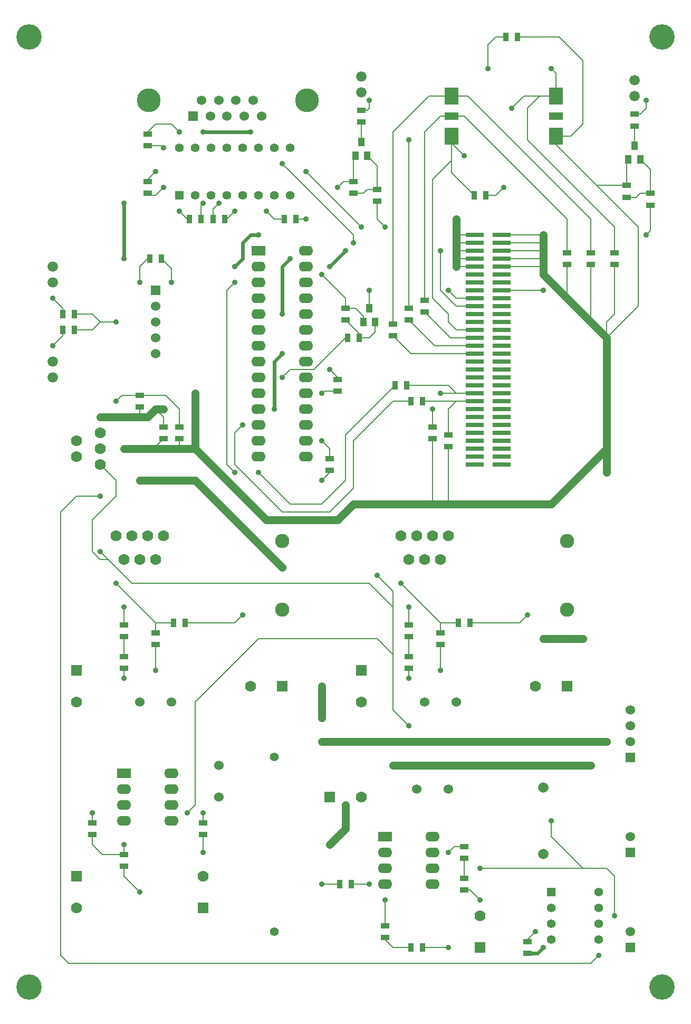
<source format=gtl>
G04 (created by PCBNEW-RS274X (2011-05-25)-stable) date Sun 19 Apr 2015 11:47:36 PM CDT*
G01*
G70*
G90*
%MOIN*%
G04 Gerber Fmt 3.4, Leading zero omitted, Abs format*
%FSLAX34Y34*%
G04 APERTURE LIST*
%ADD10C,0.006000*%
%ADD11R,0.055000X0.035000*%
%ADD12R,0.035000X0.055000*%
%ADD13R,0.086600X0.047200*%
%ADD14R,0.086600X0.110200*%
%ADD15R,0.060000X0.060000*%
%ADD16C,0.060000*%
%ADD17C,0.066000*%
%ADD18C,0.055000*%
%ADD19R,0.090000X0.062000*%
%ADD20O,0.090000X0.062000*%
%ADD21C,0.150000*%
%ADD22C,0.089800*%
%ADD23C,0.065400*%
%ADD24R,0.070000X0.070000*%
%ADD25C,0.070000*%
%ADD26R,0.039400X0.055100*%
%ADD27R,0.112200X0.029500*%
%ADD28R,0.055000X0.055000*%
%ADD29C,0.160000*%
%ADD30C,0.035000*%
%ADD31C,0.008000*%
%ADD32C,0.051200*%
%ADD33C,0.023600*%
G04 APERTURE END LIST*
G54D10*
G54D11*
X30000Y-20375D03*
X30000Y-19625D03*
X32000Y-33875D03*
X32000Y-33125D03*
X29500Y-24125D03*
X29500Y-24875D03*
X34000Y-32375D03*
X34000Y-31625D03*
X31000Y-24625D03*
X31000Y-25375D03*
X29000Y-32125D03*
X29000Y-32875D03*
X34500Y-40375D03*
X34500Y-39625D03*
X35500Y-40875D03*
X35500Y-40125D03*
X33000Y-32875D03*
X33000Y-32125D03*
G54D12*
X29875Y-34000D03*
X29125Y-34000D03*
X32875Y-37000D03*
X32125Y-37000D03*
X11125Y-33500D03*
X11875Y-33500D03*
X33875Y-38000D03*
X33125Y-38000D03*
G54D11*
X15000Y-52125D03*
X15000Y-52875D03*
X18500Y-39625D03*
X18500Y-40375D03*
X16000Y-38375D03*
X16000Y-37625D03*
X13000Y-65375D03*
X13000Y-64625D03*
X15000Y-67375D03*
X15000Y-66625D03*
X35000Y-52625D03*
X35000Y-53375D03*
G54D12*
X36875Y-52000D03*
X36125Y-52000D03*
G54D11*
X17000Y-52625D03*
X17000Y-53375D03*
G54D12*
X18875Y-52000D03*
X18125Y-52000D03*
G54D11*
X33000Y-52125D03*
X33000Y-52875D03*
X48250Y-24875D03*
X48250Y-25625D03*
G54D12*
X33875Y-72500D03*
X33125Y-72500D03*
X29375Y-68500D03*
X28625Y-68500D03*
G54D11*
X31500Y-71875D03*
X31500Y-71125D03*
X36500Y-66125D03*
X36500Y-66875D03*
X47250Y-20625D03*
X47250Y-19875D03*
X46750Y-24375D03*
X46750Y-25125D03*
G54D12*
X37125Y-25000D03*
X37875Y-25000D03*
G54D11*
X28000Y-41625D03*
X28000Y-42375D03*
G54D12*
X11125Y-32500D03*
X11875Y-32500D03*
G54D11*
X28500Y-37375D03*
X28500Y-36625D03*
G54D12*
X19125Y-26500D03*
X19875Y-26500D03*
G54D11*
X46000Y-28625D03*
X46000Y-29375D03*
X44500Y-28625D03*
X44500Y-29375D03*
X43000Y-28625D03*
X43000Y-29375D03*
G54D12*
X39875Y-15000D03*
X39125Y-15000D03*
G54D11*
X36500Y-68125D03*
X36500Y-68875D03*
X40500Y-72875D03*
X40500Y-72125D03*
X15000Y-54125D03*
X15000Y-54875D03*
X33000Y-54125D03*
X33000Y-54875D03*
X20000Y-64625D03*
X20000Y-65375D03*
X17500Y-39625D03*
X17500Y-40375D03*
G54D12*
X16625Y-29000D03*
X17375Y-29000D03*
G54D13*
X35693Y-20000D03*
X42307Y-20000D03*
G54D14*
X42307Y-21276D03*
X42307Y-18724D03*
X35693Y-18724D03*
X35693Y-21276D03*
G54D15*
X17000Y-31000D03*
G54D16*
X17000Y-32000D03*
X17000Y-33000D03*
X17000Y-34000D03*
X17000Y-35000D03*
G54D15*
X47000Y-66500D03*
G54D16*
X47000Y-65500D03*
G54D15*
X47000Y-72500D03*
G54D16*
X47000Y-71500D03*
X35500Y-62500D03*
X33500Y-62500D03*
X18000Y-57000D03*
X16000Y-57000D03*
X36000Y-57000D03*
X34000Y-57000D03*
X21000Y-61000D03*
X21000Y-63000D03*
G54D17*
X30000Y-17500D03*
X30000Y-18500D03*
X10500Y-36500D03*
X10500Y-35500D03*
X10500Y-29500D03*
X10500Y-30500D03*
X47250Y-17750D03*
X47250Y-18750D03*
G54D18*
X24500Y-71512D03*
X24500Y-60488D03*
G54D19*
X15000Y-61500D03*
G54D20*
X15000Y-62500D03*
X15000Y-63500D03*
X15000Y-64500D03*
X18000Y-64500D03*
X18000Y-63500D03*
X18000Y-62500D03*
X18000Y-61500D03*
G54D19*
X31500Y-65500D03*
G54D20*
X31500Y-66500D03*
X31500Y-67500D03*
X31500Y-68500D03*
X34500Y-68500D03*
X34500Y-67500D03*
X34500Y-66500D03*
X34500Y-65500D03*
X23500Y-29500D03*
X23500Y-30500D03*
X23500Y-31500D03*
X23500Y-32500D03*
X23500Y-33500D03*
X23500Y-34500D03*
X23500Y-35500D03*
X23500Y-36500D03*
X23500Y-37500D03*
X23500Y-38500D03*
X23500Y-39500D03*
X23500Y-40500D03*
X23500Y-41500D03*
G54D19*
X23500Y-28500D03*
G54D20*
X26500Y-41500D03*
X26500Y-40500D03*
X26500Y-39500D03*
X26500Y-38500D03*
X26500Y-37500D03*
X26500Y-36500D03*
X26500Y-35500D03*
X26500Y-34500D03*
X26500Y-33500D03*
X26500Y-32500D03*
X26500Y-31500D03*
X26500Y-30500D03*
X26500Y-29500D03*
X26500Y-28500D03*
G54D21*
X26550Y-19000D03*
X16550Y-19000D03*
G54D15*
X19350Y-20000D03*
G54D16*
X20450Y-20000D03*
X21500Y-20000D03*
X22600Y-20000D03*
X23700Y-20000D03*
X19900Y-19000D03*
X21000Y-19000D03*
X22050Y-19000D03*
X23150Y-19000D03*
G54D22*
X43000Y-51165D03*
X43000Y-46835D03*
X25000Y-51165D03*
X25000Y-46835D03*
G54D23*
X41500Y-66606D03*
X41500Y-62394D03*
G54D24*
X12000Y-55000D03*
G54D25*
X12000Y-57000D03*
G54D24*
X30000Y-55000D03*
G54D25*
X30000Y-57000D03*
G54D24*
X25000Y-56000D03*
G54D25*
X23000Y-56000D03*
G54D24*
X37500Y-72500D03*
G54D25*
X37500Y-70500D03*
G54D24*
X43000Y-56000D03*
G54D25*
X41000Y-56000D03*
G54D24*
X12000Y-68000D03*
G54D25*
X12000Y-70000D03*
G54D24*
X20000Y-70000D03*
G54D25*
X20000Y-68000D03*
G54D24*
X28000Y-63000D03*
G54D25*
X30000Y-63000D03*
G54D15*
X47000Y-60500D03*
G54D16*
X47000Y-59500D03*
X47000Y-58500D03*
X47000Y-57500D03*
G54D26*
X30126Y-33000D03*
X30874Y-33000D03*
X30500Y-32134D03*
X29626Y-22500D03*
X30374Y-22500D03*
X30000Y-21634D03*
X46876Y-22750D03*
X47624Y-22750D03*
X47250Y-21884D03*
G54D25*
X35500Y-46500D03*
X34500Y-46500D03*
X33500Y-46500D03*
X32500Y-46500D03*
X35000Y-48000D03*
X34000Y-48000D03*
X33000Y-48000D03*
X17500Y-46500D03*
X16500Y-46500D03*
X15500Y-46500D03*
X14500Y-46500D03*
X17000Y-48000D03*
X16000Y-48000D03*
X15000Y-48000D03*
G54D27*
X37144Y-27500D03*
X37144Y-28000D03*
X37144Y-28500D03*
X37144Y-29000D03*
X37144Y-29500D03*
X37144Y-30000D03*
X37144Y-30500D03*
X37144Y-31000D03*
X37144Y-31500D03*
X37144Y-32000D03*
X37144Y-32500D03*
X37144Y-33000D03*
X37144Y-33500D03*
X37144Y-34000D03*
X37144Y-34500D03*
X37144Y-35000D03*
X37144Y-35500D03*
X37144Y-36000D03*
X37144Y-36500D03*
X37144Y-37000D03*
X37144Y-37500D03*
X37144Y-38000D03*
X37144Y-38500D03*
X37144Y-39000D03*
X37144Y-39500D03*
X37144Y-40500D03*
X37144Y-40000D03*
X37144Y-41000D03*
X37144Y-41500D03*
X37144Y-42000D03*
X38856Y-42000D03*
X38856Y-41500D03*
X38856Y-41000D03*
X38856Y-40000D03*
X38856Y-40500D03*
X38856Y-39500D03*
X38856Y-39000D03*
X38856Y-38500D03*
X38856Y-38000D03*
X38856Y-37500D03*
X38856Y-37000D03*
X38856Y-36500D03*
X38856Y-36000D03*
X38856Y-35500D03*
X38856Y-35000D03*
X38856Y-34500D03*
X38856Y-34000D03*
X38856Y-33500D03*
X38856Y-33000D03*
X38856Y-32500D03*
X38856Y-32000D03*
X38856Y-31500D03*
X38856Y-31000D03*
X38856Y-30500D03*
X38856Y-30000D03*
X38856Y-29500D03*
X38856Y-29000D03*
X38856Y-28500D03*
X38856Y-28000D03*
X38856Y-27500D03*
G54D12*
X20625Y-26500D03*
X21375Y-26500D03*
G54D11*
X16500Y-21875D03*
X16500Y-21125D03*
G54D12*
X25875Y-26500D03*
X25125Y-26500D03*
G54D11*
X16500Y-24875D03*
X16500Y-24125D03*
G54D28*
X18500Y-25000D03*
G54D18*
X19500Y-25000D03*
X20500Y-25000D03*
X21500Y-25000D03*
X22500Y-25000D03*
X23500Y-25000D03*
X24500Y-25000D03*
X25500Y-25000D03*
X25500Y-22000D03*
X24500Y-22000D03*
X23500Y-22000D03*
X22500Y-22000D03*
X21500Y-22000D03*
X20500Y-22000D03*
X19500Y-22000D03*
X18500Y-22000D03*
G54D28*
X42000Y-69000D03*
G54D18*
X42000Y-70000D03*
X42000Y-71000D03*
X42000Y-72000D03*
X45000Y-72000D03*
X45000Y-71000D03*
X45000Y-70000D03*
X45000Y-69000D03*
G54D25*
X12000Y-41500D03*
X12000Y-40500D03*
X13500Y-42000D03*
X13500Y-41000D03*
X13500Y-40000D03*
G54D29*
X09000Y-15000D03*
X09000Y-75000D03*
X49000Y-75000D03*
X49000Y-15000D03*
G54D30*
X17500Y-38500D03*
X13500Y-39000D03*
X15000Y-29000D03*
X15000Y-25500D03*
X17500Y-22000D03*
X23500Y-27500D03*
X22000Y-29500D03*
X27500Y-43000D03*
X16000Y-30500D03*
X25000Y-35000D03*
X24500Y-38500D03*
X25500Y-29000D03*
X25000Y-32500D03*
X25000Y-48500D03*
X16000Y-43000D03*
X36000Y-26500D03*
X22500Y-51500D03*
X40500Y-51500D03*
X35500Y-72500D03*
X20000Y-66500D03*
X27500Y-59500D03*
X45500Y-59500D03*
X13000Y-64000D03*
X45000Y-73000D03*
X13500Y-44000D03*
X26500Y-26500D03*
X28500Y-24500D03*
X15000Y-41000D03*
X17000Y-23500D03*
X18500Y-21000D03*
X23000Y-21000D03*
X20000Y-21000D03*
X28000Y-29500D03*
X29000Y-28500D03*
X41500Y-72500D03*
X19500Y-37500D03*
X27500Y-68500D03*
X44000Y-53000D03*
X41500Y-53000D03*
X28000Y-66000D03*
X29000Y-63500D03*
X33000Y-55500D03*
X27500Y-30000D03*
X27500Y-37500D03*
X45500Y-42500D03*
X14500Y-33000D03*
X15000Y-55500D03*
X35000Y-55000D03*
X17000Y-55000D03*
X37500Y-69500D03*
X16000Y-69000D03*
X30500Y-19000D03*
X35000Y-28500D03*
X31500Y-27000D03*
X10500Y-31500D03*
X10500Y-34500D03*
X48000Y-19000D03*
X38000Y-17000D03*
X36500Y-22500D03*
X29500Y-28000D03*
X25000Y-23000D03*
X24000Y-26000D03*
X20000Y-25500D03*
X18500Y-26000D03*
X22000Y-26000D03*
X21000Y-25500D03*
X27500Y-40500D03*
X25000Y-36500D03*
X22500Y-39500D03*
X23500Y-42500D03*
X22000Y-42500D03*
X22000Y-30500D03*
X34500Y-38500D03*
X35000Y-37500D03*
X28000Y-36000D03*
X35500Y-31000D03*
X30500Y-31000D03*
X30000Y-27000D03*
X26500Y-23500D03*
X48000Y-27500D03*
X41500Y-31000D03*
X18000Y-30500D03*
X17500Y-24500D03*
X39500Y-19500D03*
X39000Y-24500D03*
X42000Y-17000D03*
X33000Y-21500D03*
X14500Y-38000D03*
X32000Y-61000D03*
X44500Y-61000D03*
X27500Y-58000D03*
X27500Y-56000D03*
X15000Y-51000D03*
X14500Y-49500D03*
X33000Y-51000D03*
X35500Y-66500D03*
X15000Y-66000D03*
X41000Y-71500D03*
X20000Y-64000D03*
X30500Y-68500D03*
X31500Y-69500D03*
X46000Y-70500D03*
X42000Y-64500D03*
X33000Y-58500D03*
X37500Y-67500D03*
X19000Y-64000D03*
X13500Y-47500D03*
X31000Y-49000D03*
X32500Y-49500D03*
G54D31*
X17500Y-39625D02*
X17500Y-39000D01*
X17500Y-39000D02*
X17000Y-38500D01*
X16000Y-38375D02*
X16000Y-39000D01*
G54D32*
X17500Y-38500D02*
X17000Y-38500D01*
X16500Y-39000D02*
X16000Y-39000D01*
X17000Y-38500D02*
X16500Y-39000D01*
X16000Y-39000D02*
X13500Y-39000D01*
G54D33*
X15000Y-29000D02*
X15000Y-25500D01*
G54D31*
X17500Y-22000D02*
X17375Y-21875D01*
X17375Y-21875D02*
X16500Y-21875D01*
G54D33*
X23000Y-27500D02*
X23500Y-27500D01*
X22500Y-28000D02*
X23000Y-27500D01*
X22500Y-29000D02*
X22500Y-28000D01*
X22000Y-29500D02*
X22500Y-29000D01*
G54D31*
X28000Y-42375D02*
X28000Y-42500D01*
X28000Y-42500D02*
X27500Y-43000D01*
X16000Y-29500D02*
X16500Y-29000D01*
X16000Y-30500D02*
X16000Y-29500D01*
X16500Y-29000D02*
X16625Y-29000D01*
G54D33*
X25000Y-35000D02*
X24500Y-35500D01*
X24500Y-35500D02*
X24500Y-38500D01*
X25500Y-29000D02*
X25000Y-29500D01*
X25000Y-29500D02*
X25000Y-32500D01*
G54D32*
X25000Y-48500D02*
X19500Y-43000D01*
X19500Y-43000D02*
X16000Y-43000D01*
G54D31*
X37144Y-29500D02*
X36000Y-29500D01*
G54D32*
X36000Y-29500D02*
X36000Y-29000D01*
G54D31*
X37144Y-29000D02*
X36000Y-29000D01*
X37144Y-28500D02*
X36000Y-28500D01*
X37144Y-28000D02*
X36000Y-28000D01*
X37144Y-27500D02*
X36000Y-27500D01*
G54D32*
X36000Y-29000D02*
X36000Y-28500D01*
X36000Y-28500D02*
X36000Y-28000D01*
X36000Y-28000D02*
X36000Y-27500D01*
X36000Y-26500D02*
X36000Y-27500D01*
G54D31*
X22000Y-52000D02*
X22500Y-51500D01*
X18875Y-52000D02*
X22000Y-52000D01*
X36875Y-52000D02*
X40000Y-52000D01*
X40000Y-52000D02*
X40500Y-51500D01*
X33875Y-72500D02*
X35500Y-72500D01*
X20000Y-65375D02*
X20000Y-66500D01*
G54D32*
X27500Y-59500D02*
X45500Y-59500D01*
G54D31*
X13000Y-64000D02*
X13000Y-64625D01*
X44500Y-73500D02*
X45000Y-73000D01*
X12000Y-44000D02*
X13500Y-44000D01*
X11000Y-45000D02*
X12000Y-44000D01*
X11000Y-73000D02*
X11000Y-45000D01*
X11500Y-73500D02*
X11000Y-73000D01*
X44500Y-73500D02*
X11500Y-73500D01*
X25875Y-26500D02*
X26500Y-26500D01*
X29500Y-24125D02*
X28875Y-24125D01*
X28875Y-24125D02*
X28500Y-24500D01*
X16500Y-24125D02*
X16500Y-24000D01*
X16500Y-24000D02*
X17000Y-23500D01*
X16500Y-21125D02*
X16500Y-21000D01*
X18000Y-20500D02*
X18500Y-21000D01*
X17000Y-20500D02*
X18000Y-20500D01*
X16500Y-21000D02*
X17000Y-20500D01*
G54D33*
X20000Y-21000D02*
X23000Y-21000D01*
X29000Y-28500D02*
X28000Y-29500D01*
X40500Y-72875D02*
X41125Y-72875D01*
X41125Y-72875D02*
X41500Y-72500D01*
G54D31*
X45500Y-34000D02*
X45500Y-33000D01*
X46000Y-32500D02*
X45500Y-33000D01*
X46000Y-32500D02*
X46000Y-29375D01*
X44500Y-33000D02*
X44500Y-30000D01*
X44500Y-30000D02*
X44500Y-29375D01*
X43000Y-31500D02*
X43000Y-30000D01*
X43000Y-30000D02*
X43000Y-29375D01*
X47500Y-32000D02*
X45500Y-34000D01*
X38856Y-29500D02*
X41500Y-29500D01*
X38856Y-29000D02*
X41500Y-29000D01*
X38856Y-28500D02*
X41500Y-28500D01*
X38856Y-28000D02*
X41500Y-28000D01*
X38856Y-27500D02*
X41500Y-27500D01*
G54D32*
X41500Y-30000D02*
X41500Y-29500D01*
X41500Y-30000D02*
X43000Y-31500D01*
X43000Y-31500D02*
X44500Y-33000D01*
X44500Y-33000D02*
X45500Y-34000D01*
X41500Y-29500D02*
X41500Y-29000D01*
X41500Y-29000D02*
X41500Y-28500D01*
X41500Y-28500D02*
X41500Y-28000D01*
X41500Y-28000D02*
X41500Y-27500D01*
G54D31*
X35500Y-44500D02*
X35500Y-43000D01*
X35500Y-43000D02*
X35500Y-40875D01*
X34500Y-44500D02*
X34500Y-42000D01*
X34500Y-42000D02*
X34500Y-40375D01*
G54D32*
X37000Y-44500D02*
X35500Y-44500D01*
X35500Y-44500D02*
X34500Y-44500D01*
X34500Y-44500D02*
X29500Y-44500D01*
X19500Y-41000D02*
X19500Y-37500D01*
G54D31*
X18500Y-40375D02*
X18500Y-40875D01*
X18500Y-40875D02*
X18375Y-41000D01*
G54D32*
X24000Y-45500D02*
X19500Y-41000D01*
X24000Y-45500D02*
X28500Y-45500D01*
X28500Y-45500D02*
X29500Y-44500D01*
X18375Y-41000D02*
X15000Y-41000D01*
X18375Y-41000D02*
X19500Y-41000D01*
G54D31*
X28625Y-68500D02*
X27500Y-68500D01*
G54D32*
X41500Y-53000D02*
X44000Y-53000D01*
X28000Y-66000D02*
X29000Y-65000D01*
X29000Y-65000D02*
X29000Y-63500D01*
G54D31*
X33000Y-54875D02*
X33000Y-55500D01*
G54D32*
X42000Y-44500D02*
X45500Y-41000D01*
X37000Y-44500D02*
X42000Y-44500D01*
G54D31*
X29000Y-32125D02*
X29000Y-31500D01*
X29000Y-31500D02*
X27500Y-30000D01*
X27625Y-37375D02*
X28500Y-37375D01*
X27500Y-37500D02*
X27625Y-37375D01*
X30126Y-33000D02*
X30126Y-32626D01*
X29625Y-32125D02*
X29000Y-32125D01*
X30126Y-32626D02*
X29625Y-32125D01*
X29500Y-24125D02*
X29500Y-22626D01*
X29500Y-22626D02*
X29626Y-22500D01*
X46750Y-24375D02*
X44875Y-24375D01*
X44875Y-24375D02*
X45000Y-24500D01*
X39875Y-15000D02*
X42500Y-15000D01*
X43224Y-21276D02*
X42307Y-21276D01*
X44000Y-20500D02*
X43224Y-21276D01*
X44000Y-16500D02*
X44000Y-20500D01*
X42500Y-15000D02*
X44000Y-16500D01*
X38856Y-29500D02*
X39500Y-29500D01*
X42307Y-21276D02*
X42307Y-21807D01*
X42307Y-21807D02*
X45000Y-24500D01*
X45000Y-24500D02*
X47500Y-27000D01*
X47500Y-27000D02*
X47500Y-32000D01*
G54D32*
X45500Y-42500D02*
X45500Y-41000D01*
X45500Y-41000D02*
X45500Y-35500D01*
X45500Y-35500D02*
X45500Y-34000D01*
G54D31*
X11875Y-33500D02*
X13000Y-33500D01*
X13000Y-33500D02*
X13500Y-33000D01*
X11875Y-32500D02*
X13000Y-32500D01*
X13500Y-33000D02*
X14500Y-33000D01*
X13000Y-32500D02*
X13500Y-33000D01*
X15000Y-41000D02*
X16875Y-41000D01*
X16875Y-41000D02*
X17500Y-40375D01*
X46750Y-24375D02*
X46750Y-22876D01*
X46750Y-22876D02*
X46876Y-22750D01*
X15000Y-54875D02*
X15000Y-55500D01*
X35000Y-55000D02*
X35000Y-53375D01*
X17000Y-53375D02*
X17000Y-55000D01*
X37500Y-69500D02*
X36875Y-68875D01*
X36875Y-68875D02*
X36500Y-68875D01*
X15000Y-68000D02*
X15000Y-67375D01*
X16000Y-69000D02*
X15000Y-68000D01*
X30000Y-19625D02*
X30375Y-19625D01*
X30500Y-19500D02*
X30500Y-19000D01*
X30375Y-19625D02*
X30500Y-19500D01*
X31500Y-27000D02*
X31000Y-26500D01*
X35000Y-31000D02*
X35000Y-28500D01*
X37144Y-32000D02*
X36000Y-32000D01*
X36000Y-32000D02*
X35000Y-31000D01*
X31000Y-26500D02*
X31000Y-25375D01*
X11125Y-32125D02*
X11125Y-32500D01*
X10500Y-31500D02*
X11125Y-32125D01*
X11125Y-33875D02*
X11125Y-33500D01*
X10500Y-34500D02*
X11125Y-33875D01*
X47625Y-19875D02*
X47250Y-19875D01*
X48000Y-19500D02*
X47625Y-19875D01*
X48000Y-19000D02*
X48000Y-19500D01*
X36000Y-33500D02*
X35500Y-33000D01*
X37144Y-33500D02*
X36000Y-33500D01*
X35500Y-32500D02*
X34500Y-31500D01*
X35500Y-33000D02*
X35500Y-32500D01*
X35693Y-21276D02*
X35693Y-23568D01*
X35693Y-23568D02*
X37125Y-25000D01*
X35693Y-22807D02*
X35693Y-21276D01*
X34500Y-24000D02*
X35693Y-22807D01*
X34500Y-31500D02*
X34500Y-24000D01*
X35693Y-21276D02*
X35693Y-21693D01*
X38500Y-15000D02*
X39125Y-15000D01*
X38000Y-15500D02*
X38500Y-15000D01*
X38000Y-17000D02*
X38000Y-15500D01*
X35693Y-21693D02*
X36500Y-22500D01*
X29500Y-28000D02*
X29500Y-27500D01*
X29500Y-27500D02*
X25000Y-23000D01*
X24000Y-26000D02*
X24500Y-26500D01*
X24500Y-26500D02*
X25125Y-26500D01*
X19875Y-25625D02*
X19875Y-26500D01*
X20000Y-25500D02*
X19875Y-25625D01*
X19125Y-26500D02*
X19000Y-26500D01*
X19000Y-26500D02*
X18500Y-26000D01*
X21500Y-26500D02*
X21375Y-26500D01*
X22000Y-26000D02*
X21500Y-26500D01*
X20625Y-26500D02*
X20625Y-25875D01*
X20625Y-25875D02*
X21000Y-25500D01*
X47250Y-21884D02*
X47250Y-20625D01*
X46750Y-25125D02*
X47375Y-25125D01*
X47625Y-24875D02*
X48250Y-24875D01*
X47375Y-25125D02*
X47625Y-24875D01*
X48250Y-24875D02*
X48250Y-23376D01*
X48250Y-23376D02*
X47624Y-22750D01*
X30000Y-21634D02*
X30000Y-20375D01*
X31000Y-24625D02*
X31000Y-23126D01*
X31000Y-23126D02*
X30374Y-22500D01*
X29500Y-24875D02*
X30125Y-24875D01*
X30375Y-24625D02*
X31000Y-24625D01*
X30125Y-24875D02*
X30375Y-24625D01*
X28000Y-41000D02*
X28000Y-41625D01*
X27500Y-40500D02*
X28000Y-41000D01*
X25500Y-36000D02*
X27000Y-36000D01*
X25000Y-36500D02*
X25500Y-36000D01*
X29000Y-34000D02*
X29125Y-34000D01*
X27000Y-36000D02*
X29000Y-34000D01*
X29875Y-34000D02*
X29875Y-33750D01*
X29875Y-33750D02*
X29000Y-32875D01*
X29875Y-34000D02*
X30500Y-34000D01*
X30874Y-33626D02*
X30874Y-33000D01*
X30500Y-34000D02*
X30874Y-33626D01*
X34000Y-31625D02*
X34000Y-21000D01*
X35000Y-20000D02*
X35693Y-20000D01*
X34000Y-21000D02*
X35000Y-20000D01*
X43000Y-28625D02*
X43000Y-26500D01*
X36500Y-20000D02*
X35693Y-20000D01*
X43000Y-26500D02*
X36500Y-20000D01*
X29500Y-43500D02*
X29500Y-40500D01*
X29500Y-40500D02*
X32000Y-38000D01*
X32000Y-38000D02*
X33125Y-38000D01*
X25000Y-45000D02*
X22500Y-42500D01*
X28000Y-45000D02*
X25000Y-45000D01*
X29000Y-44000D02*
X28000Y-45000D01*
X29000Y-44000D02*
X29500Y-43500D01*
X22000Y-42000D02*
X22500Y-42500D01*
X22000Y-40000D02*
X22000Y-42000D01*
X22500Y-39500D02*
X22000Y-40000D01*
X29000Y-43000D02*
X29000Y-40125D01*
X29000Y-43000D02*
X27500Y-44500D01*
X27500Y-44500D02*
X25500Y-44500D01*
X25500Y-44500D02*
X23500Y-42500D01*
X22000Y-42500D02*
X21500Y-42000D01*
X21500Y-42000D02*
X21500Y-31000D01*
X21500Y-31000D02*
X22000Y-30500D01*
X29000Y-40125D02*
X32125Y-37000D01*
X36000Y-37500D02*
X35000Y-37500D01*
X34500Y-38500D02*
X34500Y-39625D01*
X37144Y-37500D02*
X36000Y-37500D01*
X35500Y-37000D02*
X32875Y-37000D01*
X36000Y-37500D02*
X35500Y-37000D01*
X28500Y-36625D02*
X28500Y-36500D01*
X28500Y-36500D02*
X28000Y-36000D01*
X37144Y-34500D02*
X34625Y-34500D01*
X34625Y-34500D02*
X33000Y-32875D01*
X37144Y-34000D02*
X35625Y-34000D01*
X35625Y-34000D02*
X34000Y-32375D01*
X36000Y-31500D02*
X35500Y-31000D01*
X37144Y-31500D02*
X36000Y-31500D01*
X30500Y-31000D02*
X30500Y-32134D01*
X37144Y-35000D02*
X33125Y-35000D01*
X33125Y-35000D02*
X32000Y-33875D01*
X30000Y-27000D02*
X26500Y-23500D01*
X38856Y-31000D02*
X41500Y-31000D01*
X48250Y-27250D02*
X48250Y-25625D01*
X48000Y-27500D02*
X48250Y-27250D01*
X18000Y-30500D02*
X18000Y-29625D01*
X18000Y-29625D02*
X17375Y-29000D01*
X17500Y-24500D02*
X17000Y-25000D01*
X16625Y-25000D02*
X16500Y-24875D01*
X17000Y-25000D02*
X16625Y-25000D01*
X36000Y-38000D02*
X35500Y-38500D01*
X35500Y-38500D02*
X35500Y-40125D01*
X37144Y-38000D02*
X36000Y-38000D01*
X36000Y-38000D02*
X33875Y-38000D01*
X32000Y-33125D02*
X32000Y-21000D01*
X34276Y-18724D02*
X35693Y-18724D01*
X32000Y-21000D02*
X34276Y-18724D01*
X35693Y-18724D02*
X36724Y-18724D01*
X44500Y-26500D02*
X44500Y-28625D01*
X36724Y-18724D02*
X44500Y-26500D01*
X37875Y-25000D02*
X38500Y-25000D01*
X40276Y-18724D02*
X42307Y-18724D01*
X39500Y-19500D02*
X40276Y-18724D01*
X38500Y-25000D02*
X39000Y-24500D01*
X33000Y-32125D02*
X33000Y-21500D01*
X42307Y-17307D02*
X42307Y-18724D01*
X42000Y-17000D02*
X42307Y-17307D01*
X40500Y-21000D02*
X40500Y-21500D01*
X40500Y-21000D02*
X40500Y-19500D01*
X40500Y-19500D02*
X41276Y-18724D01*
X42307Y-18724D02*
X41276Y-18724D01*
X46000Y-27000D02*
X46000Y-28625D01*
X40500Y-21500D02*
X46000Y-27000D01*
X15000Y-52875D02*
X15000Y-54125D01*
X14875Y-37625D02*
X16000Y-37625D01*
X14500Y-38000D02*
X14875Y-37625D01*
X18500Y-39625D02*
X18500Y-38500D01*
X17625Y-37625D02*
X16000Y-37625D01*
X18500Y-38500D02*
X17625Y-37625D01*
X31500Y-71875D02*
X31500Y-72000D01*
X33000Y-72500D02*
X33125Y-72500D01*
X32000Y-72500D02*
X33000Y-72500D01*
X31500Y-72000D02*
X32000Y-72500D01*
G54D32*
X44500Y-61000D02*
X32000Y-61000D01*
X27500Y-58000D02*
X27500Y-56000D01*
G54D31*
X15000Y-52125D02*
X15000Y-51000D01*
X18125Y-52000D02*
X17500Y-52000D01*
X17500Y-52000D02*
X17000Y-52000D01*
X16500Y-51500D02*
X14500Y-49500D01*
X17000Y-52000D02*
X16500Y-51500D01*
X17000Y-52000D02*
X17000Y-52625D01*
X33000Y-52125D02*
X33000Y-51000D01*
X33000Y-52875D02*
X33000Y-54125D01*
X36500Y-66875D02*
X36500Y-68125D01*
X35875Y-66125D02*
X36500Y-66125D01*
X35500Y-66500D02*
X35875Y-66125D01*
X13000Y-65375D02*
X13000Y-66000D01*
X13625Y-66625D02*
X15000Y-66625D01*
X13000Y-66000D02*
X13625Y-66625D01*
X15000Y-66000D02*
X15000Y-66625D01*
X40500Y-72125D02*
X40500Y-72000D01*
X40500Y-72000D02*
X41000Y-71500D01*
X20000Y-64625D02*
X20000Y-64000D01*
X30500Y-68500D02*
X29375Y-68500D01*
X31500Y-71125D02*
X31500Y-69500D01*
X14000Y-48000D02*
X13500Y-48000D01*
X14500Y-43000D02*
X13500Y-42000D01*
X14500Y-44000D02*
X14500Y-43000D01*
X13000Y-45500D02*
X14500Y-44000D01*
X13000Y-47500D02*
X13000Y-45500D01*
X13500Y-48000D02*
X13000Y-47500D01*
X46000Y-70500D02*
X46000Y-70000D01*
X32000Y-57500D02*
X33000Y-58500D01*
X32000Y-54000D02*
X32000Y-57500D01*
X44000Y-67500D02*
X45000Y-67500D01*
X42000Y-65500D02*
X44000Y-67500D01*
X42000Y-64500D02*
X42000Y-65500D01*
X46000Y-68500D02*
X46000Y-68000D01*
X46000Y-68000D02*
X45500Y-67500D01*
X45500Y-67500D02*
X45000Y-67500D01*
X45000Y-67500D02*
X37500Y-67500D01*
X31000Y-53000D02*
X32000Y-54000D01*
X23500Y-53000D02*
X31000Y-53000D01*
X19500Y-57000D02*
X23500Y-53000D01*
X19500Y-63500D02*
X19500Y-57000D01*
X19000Y-64000D02*
X19500Y-63500D01*
X32000Y-51000D02*
X30500Y-49500D01*
X15500Y-49500D02*
X14000Y-48000D01*
X14000Y-48000D02*
X13500Y-47500D01*
X30500Y-49500D02*
X24000Y-49500D01*
X24000Y-49500D02*
X15500Y-49500D01*
X32000Y-50000D02*
X31000Y-49000D01*
X32000Y-54000D02*
X32000Y-51000D01*
X32000Y-51000D02*
X32000Y-50000D01*
X46000Y-70000D02*
X46000Y-68500D01*
X34000Y-51000D02*
X32500Y-49500D01*
X35000Y-52000D02*
X34000Y-51000D01*
X35500Y-52000D02*
X36125Y-52000D01*
X35000Y-52000D02*
X35500Y-52000D01*
X35000Y-52625D02*
X35000Y-52000D01*
M02*

</source>
